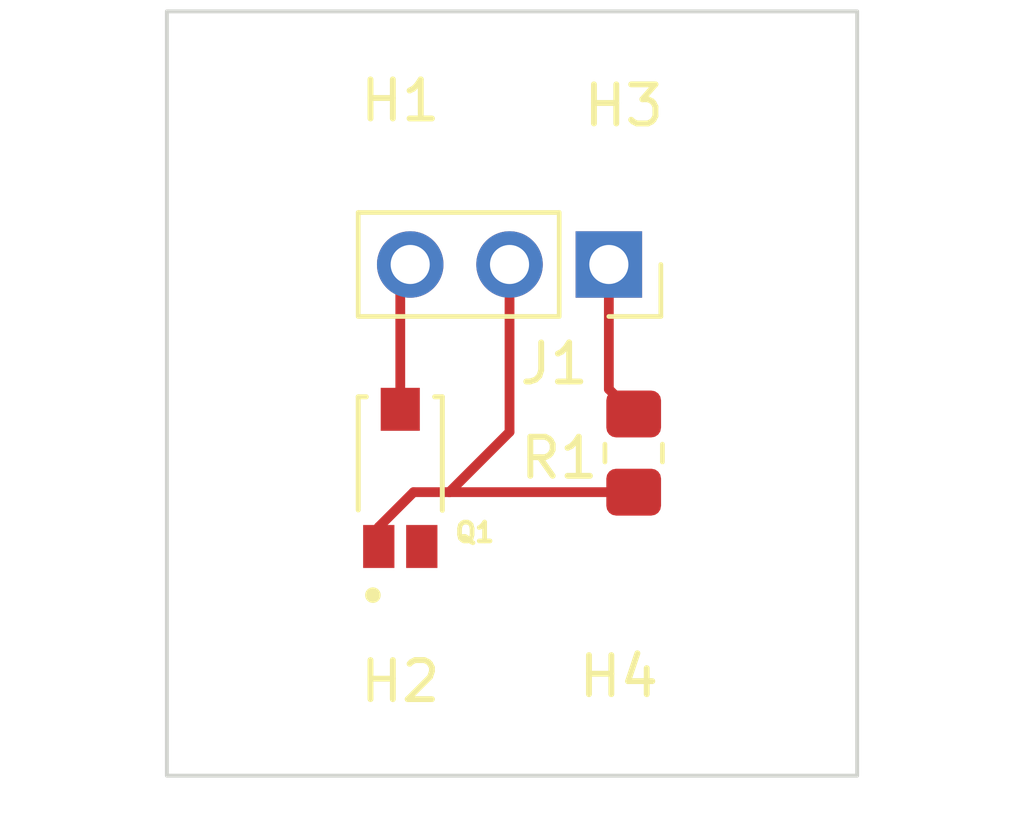
<source format=kicad_pcb>
(kicad_pcb (version 20211014) (generator pcbnew)
  (layers (0 "F.Cu" signal) (31 "B.Cu" signal) (34 "B.Paste" user) (35 "F.Paste" user) (36 "B.SilkS" user "B.Silkscreen") (37 "F.SilkS" user "F.Silkscreen") (38 "B.Mask" user) (39 "F.Mask" user) (44 "Edge.Cuts" user))
  (net 0 "")
  (net 1 "GND")
  (net 2 "/output")
  (net 3 "VCC")
  (footprint "MountingHole:MountingHole_2.1mm" (layer "F.Cu") (at 141.351 66.675)
    (fp_text reference "H3" (at -3.302 -0.381) (layer "F.SilkS"))
    (fp_text value "MountingHole_Pad")
    (pad "" np_thru_hole circle (at 0 0) (size 2.1 2.1) (drill 2.1) (layers *.Cu *.Mask))
  )
  (footprint "MountingHole:MountingHole_2.1mm" (layer "F.Cu") (at 129.032 66.548)
    (fp_text reference "H1" (at 3.302 -0.381) (layer "F.SilkS"))
    (fp_text value "MountingHole_Pad")
    (pad "" np_thru_hole circle (at 0 0) (size 2.1 2.1) (drill 2.1) (layers *.Cu *.Mask))
  )
  (footprint "TEMT6000X01:TRANS_TEMT6000X01" (layer "F.Cu") (at 132.334 75.819 90)
    (fp_text reference "Q1" (at -1.397 1.905 180) (layer "F.SilkS") (effects (font (size 0.480705 0.480705))))
    (fp_text value "TEMT6000X01")
    (fp_line (start 2.075 -1.075) (end 2.075 -0.87) (layer "F.SilkS") (width 0.127))
    (fp_line (start 2.075 1.075) (end -0.83 1.075) (layer "F.SilkS") (width 0.127))
    (fp_line (start 2.075 0.88) (end 2.075 1.075) (layer "F.SilkS") (width 0.127))
    (fp_line (start -0.82 -1.075) (end 2.075 -1.075) (layer "F.SilkS") (width 0.127))
    (fp_circle (center -3 -0.7) (end -2.9 -0.7) (layer "F.SilkS") (width 0.2) (fill none))
    (pad "1" smd rect locked (at -1.755 -0.55 90) (size 1.1 0.8) (layers "F.Cu" "F.Paste" "F.Mask") (net 2 "/output"))
    (pad "2" smd rect locked (at -1.755 0.55 90) (size 1.1 0.8) (layers "F.Cu" "F.Paste" "F.Mask"))
    (pad "3" smd rect locked (at 1.755 0 90) (size 1.1 1) (layers "F.Cu" "F.Paste" "F.Mask") (net 3 "VCC"))
  )
  (footprint "Resistor_SMD:R_0805_2012Metric_Pad1.20x1.40mm_HandSolder" (layer "F.Cu") (at 138.303 75.184 90)
    (fp_text reference "R1" (at -0.127 -1.905 180) (layer "F.SilkS"))
    (fp_text value "10K")
    (fp_line (start -0.227064 0.735) (end 0.227064 0.735) (layer "F.SilkS") (width 0.12))
    (fp_line (start -0.227064 -0.735) (end 0.227064 -0.735) (layer "F.SilkS") (width 0.12))
    (pad "1" smd roundrect (at -1 0 90) (size 1.2 1.4) (layers "F.Cu" "F.Paste" "F.Mask") (roundrect_rratio 0.208333) (net 2 "/output"))
    (pad "2" smd roundrect (at 1 0 90) (size 1.2 1.4) (layers "F.Cu" "F.Paste" "F.Mask") (roundrect_rratio 0.208333) (net 1 "GND"))
  )
  (footprint "MountingHole:MountingHole_2.1mm" (layer "F.Cu") (at 129.032 80.645)
    (fp_text reference "H2" (at 3.302 0.381) (layer "F.SilkS"))
    (fp_text value "MountingHole_Pad")
    (pad "" np_thru_hole circle (at 0 0) (size 2.1 2.1) (drill 2.1) (layers *.Cu *.Mask))
  )
  (footprint "Connector_PinSocket_2.54mm:PinSocket_1x03_P2.54mm_Vertical" (layer "F.Cu") (at 137.668 70.358 -90)
    (fp_text reference "J1" (at 2.54 1.397 180) (layer "F.SilkS"))
    (fp_text value "Conn_01x03_Male")
    (fp_line (start -1.33 6.41) (end 1.33 6.41) (layer "F.SilkS") (width 0.12))
    (fp_line (start 0 -1.33) (end 1.33 -1.33) (layer "F.SilkS") (width 0.12))
    (fp_line (start 1.33 1.27) (end 1.33 6.41) (layer "F.SilkS") (width 0.12))
    (fp_line (start -1.33 1.27) (end -1.33 6.41) (layer "F.SilkS") (width 0.12))
    (fp_line (start -1.33 1.27) (end 1.33 1.27) (layer "F.SilkS") (width 0.12))
    (fp_line (start 1.33 -1.33) (end 1.33 0) (layer "F.SilkS") (width 0.12))
    (pad "1" thru_hole rect (at 0 0 270) (size 1.7 1.7) (drill 1) (layers *.Cu *.Mask) (net 1 "GND"))
    (pad "2" thru_hole oval (at 0 2.54 270) (size 1.7 1.7) (drill 1) (layers *.Cu *.Mask) (net 2 "/output"))
    (pad "3" thru_hole oval (at 0 5.08 270) (size 1.7 1.7) (drill 1) (layers *.Cu *.Mask) (net 3 "VCC"))
  )
  (footprint "MountingHole:MountingHole_2.1mm" (layer "F.Cu") (at 141.351 80.645)
    (fp_text reference "H4" (at -3.429 0.254) (layer "F.SilkS"))
    (fp_text value "MountingHole_Pad")
    (pad "" np_thru_hole circle (at 0 0) (size 2.1 2.1) (drill 2.1) (layers *.Cu *.Mask))
  )
  (gr_rect (start 126.365 63.881) (end 144.018 83.439) (layer "Edge.Cuts") (width 0.1) (fill none))
  (segment (start 137.668 70.358) (end 137.668 73.549) (width 0.25) (layer "F.Cu") (net 1))
  (segment (start 137.668 73.549) (end 138.303 74.184) (width 0.25) (layer "F.Cu") (net 1))
  (segment (start 135.128 70.358) (end 135.128 74.644) (width 0.25) (layer "F.Cu") (net 2))
  (segment (start 138.303 76.184) (end 133.588 76.184) (width 0.25) (layer "F.Cu") (net 2))
  (segment (start 132.674 76.184) (end 131.784 77.074) (width 0.25) (layer "F.Cu") (net 2))
  (segment (start 131.784 77.074) (end 131.784 77.574) (width 0.25) (layer "F.Cu") (net 2))
  (segment (start 135.128 74.644) (end 133.588 76.184) (width 0.25) (layer "F.Cu") (net 2))
  (segment (start 133.588 76.184) (end 132.674 76.184) (width 0.25) (layer "F.Cu") (net 2))
  (segment (start 132.334 70.612) (end 132.588 70.358) (width 0.25) (layer "F.Cu") (net 3))
  (segment (start 132.334 74.064) (end 132.334 70.612) (width 0.25) (layer "F.Cu") (net 3))
)
</source>
